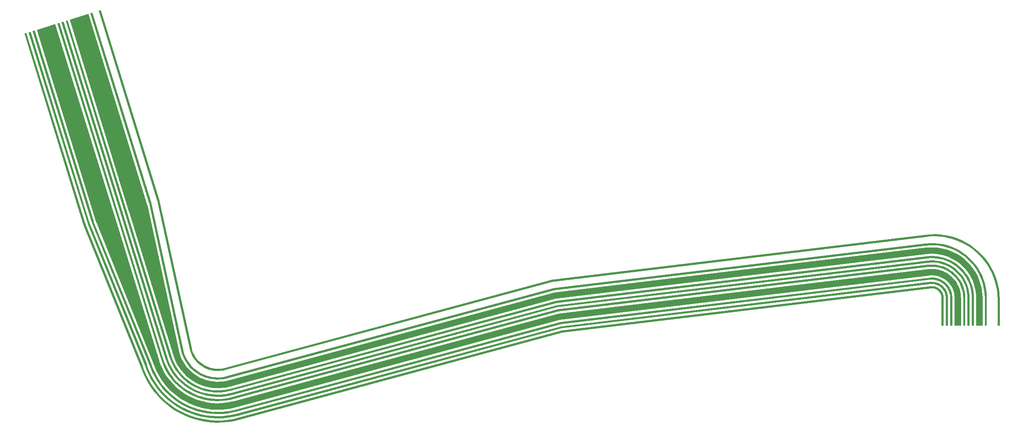
<source format=gbr>
G04 AutoGERB 2.0 for AutoCAD 14*
G04 RS274-X Output *
%FSLAX34Y34*%
%MOMM*%
%ADD12C,0.005000*%
%ADD13C,0.007000*%
G36*X961020Y1171134D02*X962475Y1166943D01*X964183Y1162944*X966166Y1159073*X968412Y1155349*X970912Y1151791*X973654Y1148415*X976624Y1145237*X979807Y1142275*X983190Y1139540*X986753Y1137047*X990482Y1134809*X994357Y1132835*X998360Y1131135*X1002472Y1129717*X1006672Y1128590*X1010940Y1127757*X1015256Y1127223*X1019600Y1126991*X1023948Y1127060*X1028281Y1127432*X1032574Y1128105*X1037104Y1129149*X1795453Y1333873*X2661883Y1438115*X2672413Y1439012*X2683024Y1439175*X2693620Y1438599*X2704151Y1437288*X2714564Y1435248*X2724812Y1432489*X2734842Y1429023*X2744606Y1424869*X2754059Y1420045*X2763154Y1414576*X2771845Y1408487*X2780092Y1401810*X2787855Y1394574*X2795096Y1386816*X2801779Y1378574*X2807874Y1369886*X2813350Y1360796*X2818179Y1351347*X2822340Y1341585*X2825813Y1331557*X2828580Y1321312*X2830627Y1310899*X2831947Y1300357*X2832555Y1286757*X2832555Y1227136*X2827556Y1227137*X2827556Y1286646*X2826960Y1299934*X2825688Y1310106*X2823707Y1320177*X2821032Y1330086*X2817673Y1339784*X2813648Y1349226*X2808977Y1358365*X2803681Y1367157*X2797786Y1375559*X2791321Y1383531*X2784318Y1391035*X2776811Y1398033*X2768834Y1404492*X2760427Y1410381*X2751632Y1415670*X2742489Y1420336*X2733045Y1424354*X2723343Y1427706*X2713433Y1430375*X2703360Y1432347*X2693175Y1433616*X2682927Y1434172*X2672664Y1434015*X2662394Y1433140*X1796408Y1328952*X1038317Y1124298*X1033525Y1123192*X1028882Y1122465*X1024201Y1122063*X1019505Y1121988*X1014815Y1122240*X1010153Y1122816*X1005543Y1123715*X1001007Y1124934*X996565Y1126464*X992242Y1128300*X988057Y1130432*X984030Y1132850*X980181Y1135543*X976528Y1138496*X973089Y1141696*X969883Y1145128*X966921Y1148774*X964221Y1152618*X961795Y1156638*X959654Y1160819*X957808Y1165140*X956297Y1169495*X961020Y1171134*G37*G36*X2697556Y1227137D02*X2697556Y1291092D01*X2697499Y1292700*X2697336Y1294258*X2697065Y1295800*X2696687Y1297319*X2696205Y1298808*X2695620Y1300261*X2694936Y1301668*X2694155Y1303025*X2693282Y1304325*X2692320Y1305561*X2691276Y1306727*X2690152Y1307817*X2688956Y1308827*X2687692Y1309751*X2686367Y1310584*X2684986Y1311324*X2683559Y1311966*X2682090Y1312506*X2680586Y1312944*X2679057Y1313276*X2677507Y1313500*X2675945Y1313617*X2674393Y1313624*X2672311Y1313469*X1819331Y1210845*X1069596Y1008446*X1056931Y1005495*X1044049Y1003425*X1031054Y1002257*X1018009Y1001995*X1004977Y1002641*X992022Y1004192*X979206Y1006639*X966592Y1009973*X954240Y1014175*X942209Y1019226*X930560Y1025102*X919347Y1031773*X908625Y1039208*X898447Y1047371*X888860Y1056222*X879912Y1065717*X871647Y1075813*X864103Y1086458*X857318Y1097603*X851325Y1109192*X846151Y1121173*X841631Y1134113*X846352Y1135761*X850812Y1122990*X855846Y1111335*X861679Y1100054*X868284Y1089207*X875626Y1078846*X883671Y1069020*X892379Y1059777*X901710Y1051162*X911618Y1043217*X922054Y1035980*X932967Y1029487*X944306Y1023769*X956015Y1018852*X968037Y1014762*X980315Y1011518*X992789Y1009135*X1005398Y1007626*X1018082Y1006998*X1030779Y1007252*X1043428Y1008390*X1055966Y1010404*X1068377Y1013295*X1818376Y1215766*X2671826Y1318446*X2674218Y1318625*X2676144Y1318616*X2678052Y1318473*X2679946Y1318199*X2681817Y1317793*X2683653Y1317259*X2685450Y1316597*X2687195Y1315813*X2688882Y1314909*X2690501Y1313890*X2692047Y1312760*X2693509Y1311526*X2694883Y1310194*X2696161Y1308768*X2697335Y1307258*X2698402Y1305670*X2699357Y1304011*X2700193Y1302290*X2700908Y1300515*X2701498Y1298694*X2701960Y1296837*X2702291Y1294951*X2702490Y1293049*X2702555Y1291179*X2702555Y1227137*X2697556Y1227137*G37*G36*X2707556Y1227137D02*X2707556Y1291092D01*X2707475Y1293395*X2707239Y1295646*X2706848Y1297872*X2706302Y1300067*X2705606Y1302218*X2704761Y1304316*X2703772Y1306350*X2702645Y1308311*X2701384Y1310188*X2699995Y1311972*X2698485Y1313656*X2696863Y1315231*X2695134Y1316690*X2693309Y1318024*X2691394Y1319228*X2689401Y1320297*X2687338Y1321224*X2685216Y1322005*X2683045Y1322637*X2680834Y1323116*X2678597Y1323441*X2676341Y1323609*X2674093Y1323620*X2671117Y1323397*X1817421Y1220687*X1066989Y1018100*X1055002Y1015307*X1042807Y1013348*X1030505Y1012242*X1018156Y1011994*X1005820Y1012606*X993555Y1014074*X981423Y1016390*X969482Y1019546*X957788Y1023524*X946399Y1028306*X935371Y1033868*X924756Y1040184*X914606Y1047222*X904971Y1054950*X895896Y1063328*X887424Y1072317*X879600Y1081875*X872458Y1091953*X866036Y1102503*X860362Y1113474*X855464Y1124816*X851187Y1137061*X855908Y1138709*X860125Y1126633*X864883Y1115617*X870397Y1104954*X876639Y1094702*X883579Y1084908*X891183Y1075620*X899415Y1066883*X908234Y1058741*X917599Y1051231*X927463Y1044391*X937778Y1038253*X948496Y1032849*X959563Y1028201*X970927Y1024335*X982532Y1021269*X994322Y1019017*X1006241Y1017591*X1018229Y1016997*X1030230Y1017237*X1042186Y1018313*X1054037Y1020216*X1065770Y1022949*X1816466Y1225608*X2670632Y1328374*X2673918Y1328621*X2676540Y1328608*X2679142Y1328414*X2681725Y1328039*X2684274Y1327486*X2686781Y1326758*X2689229Y1325855*X2691610Y1324786*X2693909Y1323553*X2696118Y1322163*X2698225Y1320623*X2700220Y1318940*X2702092Y1317123*X2703834Y1315181*X2705437Y1313121*X2706892Y1310954*X2708193Y1308693*X2709334Y1306345*X2710309Y1303925*X2711113Y1301442*X2711743Y1298909*X2712194Y1296339*X2712466Y1293744*X2712555Y1291179*X2712555Y1227137*X2707556Y1227137*G37*G36*X2717556Y1227137D02*X2717556Y1291092D01*X2717451Y1294091*X2717142Y1297032*X2716630Y1299945*X2715917Y1302815*X2715006Y1305629*X2713902Y1308372*X2712609Y1311031*X2711134Y1313595*X2709485Y1316050*X2707669Y1318384*X2705695Y1320586*X2703573Y1322646*X2701313Y1324552*X2698925Y1326298*X2696422Y1327872*X2693815Y1329270*X2691118Y1330481*X2688342Y1331503*X2685503Y1332330*X2682614Y1332957*X2679687Y1333381*X2676737Y1333601*X2673793Y1333615*X2669922Y1333325*X1815510Y1230529*X1064383Y1027755*X1053074Y1025120*X1041565Y1023271*X1029957Y1022227*X1018304Y1021993*X1006662Y1022570*X995089Y1023956*X983640Y1026142*X972371Y1029120*X961336Y1032874*X950589Y1037386*X940182Y1042635*X930165Y1048595*X920587Y1055237*X911495Y1062529*X902931Y1070435*X894937Y1078918*X887553Y1087937*X880814Y1097447*X874753Y1107403*X869399Y1117755*X864777Y1128459*X860743Y1140010*X865464Y1141657*X869438Y1130276*X873920Y1119898*X879114Y1109854*X884995Y1100196*X891532Y1090970*X898696Y1082221*X906450Y1073990*X914758Y1066320*X923580Y1059246*X932872Y1052802*X942589Y1047020*X952686Y1041929*X963111Y1037551*X973816Y1033909*X984749Y1031021*X995856Y1028899*X1007083Y1027555*X1018377Y1026996*X1029682Y1027222*X1040944Y1028236*X1052109Y1030029*X1063164Y1032604*X1814555Y1235450*X2669437Y1338302*X2673618Y1338616*X2676936Y1338600*X2680232Y1338354*X2683503Y1337880*X2686734Y1337179*X2689907Y1336256*X2693009Y1335114*X2696024Y1333759*X2698937Y1332197*X2701734Y1330437*X2704404Y1328487*X2706930Y1326355*X2709302Y1324053*X2711508Y1321591*X2713538Y1318983*X2715381Y1316240*X2717030Y1313374*X2718475Y1310401*X2719709Y1307334*X2720728Y1304190*X2721525Y1300982*X2722097Y1297727*X2722442Y1294440*X2722555Y1291179*X2722555Y1227137*X2717556Y1227137*G37*G36*X2727556Y1227137D02*X2727556Y1291004D01*X2727423Y1294786*X2727042Y1298420*X2726411Y1302018*X2725529Y1305561*X2724404Y1309038*X2723040Y1312426*X2721442Y1315712*X2719622Y1318878*X2717584Y1321909*X2715340Y1324793*X2712903Y1327513*X2710281Y1330057*X2707489Y1332413*X2704539Y1334569*X2701447Y1336515*X2698229Y1338239*X2694896Y1339737*X2691468Y1340999*X2687960Y1342020*X2684391Y1342795*X2680776Y1343319*X2677134Y1343590*X2673518Y1343607*X2668617Y1343240*X1813600Y1240372*X1061693Y1037386*X1051146Y1034929*X1040324Y1033191*X1029408Y1032209*X1018450Y1031989*X1007504Y1032532*X996621Y1033834*X985856Y1035891*X975259Y1038690*X964884Y1042220*X954778Y1046463*X944992Y1051398*X935573Y1057003*X926566Y1063248*X918016Y1070105*X909963Y1077540*X902447Y1085517*X895504Y1093997*X889167Y1102939*X883468Y1112301*X878433Y1122036*X874084Y1132106*X870356Y1142783*X884518Y1147726*X888069Y1137559*X891996Y1128463*X896551Y1119656*X901708Y1111186*X907441Y1103096*X913722Y1095424*X920522Y1088207*X927807Y1081480*X935543Y1075277*X943692Y1069626*X952213Y1064557*X961067Y1060092*X970209Y1056253*X979596Y1053059*X989183Y1050526*X998922Y1048665*X1008767Y1047487*X1018671Y1046996*X1028585Y1047196*X1038461Y1048084*X1048251Y1049656*X1058036Y1051935*X1810735Y1255135*X2667160Y1358173*X2672993Y1358610*X2677727Y1358587*X2682411Y1358238*X2687060Y1357564*X2691651Y1356569*X2696161Y1355256*X2700569Y1353632*X2704854Y1351708*X2708994Y1349488*X2712970Y1346986*X2716762Y1344214*X2720352Y1341186*X2723724Y1337914*X2726859Y1334416*X2729743Y1330710*X2732363Y1326811*X2734705Y1322739*X2736759Y1318513*X2738513Y1314155*X2739960Y1309688*X2741094Y1305129*X2741907Y1300501*X2742396Y1295831*X2742555Y1291267*X2742555Y1227137*X2727556Y1227137*G37*G36*X2747556Y1227137D02*X2747556Y1291092D01*X2747378Y1296177*X2746852Y1301196*X2745979Y1306164*X2744762Y1311060*X2743208Y1315859*X2741323Y1320539*X2739118Y1325077*X2736603Y1329449*X2733789Y1333637*X2730691Y1337619*X2727324Y1341375*X2723704Y1344889*X2719848Y1348141*X2715775Y1351119*X2711505Y1353805*X2707058Y1356188*X2702457Y1358257*X2697723Y1359999*X2692879Y1361409*X2687949Y1362478*X2682956Y1363202*X2677924Y1363577*X2672892Y1363601*X2666339Y1363111*X1809780Y1260056*X1056564Y1056718*X1047288Y1054557*X1037841Y1053039*X1028312Y1052182*X1018745Y1051990*X1009189Y1052464*X999688Y1053601*X990290Y1055395*X981040Y1057840*X971981Y1060922*X963158Y1064626*X954616Y1068935*X946393Y1073826*X938530Y1079279*X931066Y1085266*X924036Y1091756*X917474Y1098719*X911413Y1106123*X905880Y1113930*X900905Y1122103*X896510Y1130601*X892715Y1139388*X889409Y1148853*X894130Y1150501*X897376Y1141205*X901031Y1132744*X905266Y1124554*X910061Y1116679*X915392Y1109156*X921233Y1102022*X927555Y1095311*X934329Y1089057*X941523Y1083288*X949100Y1078035*X957023Y1073320*X965255Y1069169*X973756Y1065599*X982485Y1062629*X991399Y1060274*X1000455Y1058544*X1009610Y1057449*X1018818Y1056993*X1028037Y1057177*X1037220Y1058004*X1046323Y1059466*X1055345Y1061567*X1808825Y1264977*X2665854Y1368088*X2672717Y1368602*X2678123Y1368576*X2683501Y1368175*X2688838Y1367401*X2694108Y1366258*X2699286Y1364752*X2704348Y1362888*X2709267Y1360677*X2714020Y1358130*X2718584Y1355258*X2722939Y1352076*X2727061Y1348598*X2730931Y1344842*X2734530Y1340826*X2737842Y1336570*X2740850Y1332094*X2743539Y1327418*X2745896Y1322568*X2747911Y1317566*X2749573Y1312435*X2750874Y1307201*X2751807Y1301889*X2752369Y1296526*X2752555Y1291179*X2752555Y1227137*X2747556Y1227137*G37*G36*X2757556Y1227137D02*X2757556Y1291092D01*X2757354Y1296874*X2756756Y1302582*X2755761Y1308237*X2754377Y1313808*X2752608Y1319269*X2750464Y1324595*X2747955Y1329757*X2745092Y1334734*X2741891Y1339499*X2738366Y1344030*X2734534Y1348305*X2730414Y1352303*X2726026Y1356005*X2721391Y1359392*X2716533Y1362449*X2711472Y1365161*X2706236Y1367515*X2700849Y1369497*X2695337Y1371102*X2689727Y1372319*X2684046Y1373143*X2678320Y1373569*X2672592Y1373597*X2665144Y1373039*X1807869Y1269899*X1053958Y1066372*X1045360Y1064369*X1036599Y1062961*X1027763Y1062167*X1018893Y1061989*X1010031Y1062428*X1001221Y1063483*X992507Y1065147*X983929Y1067414*X975529Y1070271*X967348Y1073706*X959427Y1077701*X951802Y1082238*X944511Y1087294*X937590Y1092845*X931071Y1098863*X924986Y1105320*X919366Y1112185*X914236Y1119424*X909622Y1127003*X905547Y1134883*X902028Y1143031*X898965Y1151802*X903686Y1153449*X906689Y1144848*X910068Y1137026*X913983Y1129454*X918417Y1122173*X923345Y1115218*X928745Y1108623*X934590Y1102418*X940853Y1096636*X947504Y1091303*X954509Y1086445*X961834Y1082086*X969445Y1078249*X977304Y1074948*X985374Y1072203*X993616Y1070026*X1001988Y1068426*X1010452Y1067413*X1018966Y1066992*X1027488Y1067162*X1035978Y1067926*X1044395Y1069278*X1052739Y1071221*X1806914Y1274820*X2664659Y1378016*X2672417Y1378598*X2678519Y1378568*X2684591Y1378116*X2690616Y1377242*X2696568Y1375951*X2702414Y1374250*X2708127Y1372146*X2713681Y1369650*X2719048Y1366774*X2724202Y1363531*X2729117Y1359938*X2733771Y1356012*X2738141Y1351772*X2742205Y1347237*X2745944Y1342432*X2749339Y1337377*X2752376Y1332100*X2755037Y1326624*X2757311Y1320976*X2759188Y1315183*X2760656Y1309274*X2761711Y1303277*X2762345Y1297221*X2762555Y1291179*X2762555Y1227137*X2757556Y1227137*G37*G36*X2767556Y1227137D02*X2767556Y1291092D01*X2767330Y1297569*X2766659Y1303970*X2765544Y1310309*X2763992Y1316556*X2762009Y1322679*X2759605Y1328650*X2756791Y1334439*X2753582Y1340018*X2749992Y1345361*X2746040Y1350442*X2741743Y1355234*X2737124Y1359717*X2732204Y1363868*X2727009Y1367666*X2721560Y1371093*X2715887Y1374134*X2710016Y1376773*X2703975Y1378996*X2697796Y1380795*X2691506Y1382159*X2685135Y1383083*X2678716Y1383561*X2672292Y1383592*X2663950Y1382967*X1805959Y1279741*X1051352Y1076027*X1043431Y1074181*X1035358Y1072884*X1027215Y1072152*X1019040Y1071988*X1010873Y1072393*X1002755Y1073365*X994723Y1074898*X986818Y1076987*X979078Y1079621*X971539Y1082786*X964238Y1086468*X957211Y1090649*X950492Y1095308*X944114Y1100423*X938106Y1105970*X932498Y1111920*X927319Y1118247*X922591Y1124918*X918340Y1131902*X914584Y1139165*X911341Y1146674*X908520Y1154749*X913241Y1156397*X916002Y1148491*X919105Y1141308*X922701Y1134353*X926772Y1127667*X931298Y1121280*X936257Y1115223*X941625Y1109525*X947377Y1104214*X953485Y1099317*X959918Y1094856*X966645Y1090853*X973634Y1087329*X980853Y1084298*X988263Y1081776*X995832Y1079777*X1003522Y1078308*X1011294Y1077378*X1019113Y1076991*X1026940Y1077147*X1034737Y1077849*X1042466Y1079090*X1050133Y1080876*X1805004Y1284662*X2663465Y1387944*X2672117Y1388593*X2678915Y1388560*X2685680Y1388056*X2692395Y1387082*X2699025Y1385644*X2705540Y1383749*X2711907Y1381404*X2718096Y1378623*X2724075Y1375418*X2729818Y1371805*X2735295Y1367801*X2740481Y1363426*X2745350Y1358701*X2749879Y1353649*X2754045Y1348294*X2757829Y1342663*X2761212Y1336782*X2764178Y1330679*X2766712Y1324386*X2768803Y1317931*X2770439Y1311346*X2771614Y1304665*X2772321Y1297916*X2772555Y1291179*X2772555Y1227137*X2767556Y1227137*G37*G36*X2777556Y1227137D02*X2777556Y1291005D01*X2777302Y1298264*X2776560Y1305357*X2775324Y1312382*X2773604Y1319303*X2771407Y1326089*X2768743Y1332705*X2765625Y1339119*X2762069Y1345301*X2758091Y1351222*X2753711Y1356851*X2748951Y1362162*X2743833Y1367128*X2738381Y1371728*X2732622Y1375936*X2726586Y1379734*X2720300Y1383104*X2713794Y1386028*X2707101Y1388492*X2700254Y1390485*X2693283Y1391997*X2686224Y1393021*X2679113Y1393551*X2672017Y1393584*X2662644Y1392882*X1804049Y1289583*X1048661Y1085658*X1041503Y1083991*X1034117Y1082804*X1026666Y1082134*X1019187Y1081984*X1011716Y1082354*X1004287Y1083243*X996939Y1084647*X989707Y1086557*X982625Y1088967*X975727Y1091862*X969048Y1095232*X962620Y1099056*X956471Y1103319*X950636Y1108000*X945139Y1113074*X940009Y1118519*X935270Y1124307*X930944Y1130411*X927055Y1136800*X923618Y1143445*X920648Y1150321*X918133Y1157525*X932296Y1162466*X934633Y1155774*X937181Y1149872*X940138Y1144155*X943485Y1138658*X947207Y1133406*X951284Y1128426*X955698Y1123741*X960427Y1119375*X965448Y1115348*X970737Y1111681*X976269Y1108389*X982016Y1105491*X987950Y1103000*X994044Y1100926*X1000266Y1099282*X1006588Y1098074*X1012979Y1097309*X1019408Y1096991*X1025843Y1097121*X1032254Y1097697*X1038608Y1098718*X1045004Y1100207*X1801184Y1304346*X2661187Y1407815*X2671492Y1408587*X2679706Y1408548*X2687861Y1407940*X2695952Y1406766*X2703943Y1405034*X2711794Y1402749*X2719467Y1399923*X2726925Y1396571*X2734133Y1392709*X2741053Y1388355*X2747654Y1383529*X2753904Y1378257*X2759772Y1372563*X2765230Y1366474*X2770250Y1360021*X2774810Y1353234*X2778888Y1346146*X2782462Y1338792*X2785516Y1331206*X2788035Y1323428*X2790007Y1315493*X2791423Y1307440*X2792275Y1299307*X2792555Y1291266*X2792555Y1227137*X2777556Y1227137*G37*G36*X2797556Y1227137D02*X2797556Y1291092D01*X2797257Y1299655*X2796369Y1308132*X2794893Y1316528*X2792837Y1324800*X2790211Y1332909*X2787027Y1340817*X2783300Y1348483*X2779050Y1355873*X2774296Y1362948*X2769062Y1369676*X2763372Y1376023*X2757255Y1381960*X2750740Y1387457*X2743858Y1392487*X2736643Y1397026*X2729129Y1401053*X2721355Y1404547*X2713355Y1407492*X2705171Y1409874*X2696841Y1411681*X2688405Y1412904*X2679904Y1413538*X2671392Y1413578*X2660366Y1412753*X1800228Y1309268*X1043533Y1104990*X1037645Y1103618*X1031633Y1102652*X1025569Y1102107*X1019482Y1101984*X1013400Y1102286*X1007354Y1103010*X1001373Y1104152*X995487Y1105708*X989722Y1107669*X984108Y1110025*X978672Y1112768*X973438Y1115881*X968435Y1119351*X963686Y1123160*X959212Y1127291*X955036Y1131721*X951178Y1136433*X947658Y1141401*X944492Y1146602*X941695Y1152010*X939280Y1157603*X937187Y1163594*X941908Y1165242*X943941Y1159420*X946216Y1154153*X948853Y1149053*X951839Y1144150*X955157Y1139466*X958795Y1135024*X962731Y1130846*X966949Y1126951*X971428Y1123360*X976145Y1120088*X981079Y1117153*X986205Y1114568*X991497Y1112346*X996932Y1110497*X1002482Y1109031*X1008121Y1107953*X1013821Y1107271*X1019555Y1106987*X1025294Y1107102*X1031012Y1107617*X1036680Y1108527*X1042314Y1109839*X1799273Y1314189*X2659881Y1417730*X2671217Y1418579*X2680101Y1418537*X2688950Y1417877*X2697730Y1416604*X2706400Y1414723*X2714920Y1412245*X2723246Y1409178*X2731338Y1405542*X2739158Y1401351*X2746667Y1396626*X2753831Y1391390*X2760612Y1385669*X2766979Y1379490*X2772901Y1372883*X2778349Y1365881*X2783297Y1358516*X2787721Y1350826*X2791600Y1342846*X2794914Y1334616*X2797648Y1326175*X2799788Y1317565*X2801324Y1308827*X2802248Y1300002*X2802555Y1291179*X2802555Y1227137*X2797556Y1227137*G37*G36*X653859Y1929295D02*X790678Y1485823D01*X785900Y1484350*X649082Y1927821*X653859Y1929295*G37*G36*X596525Y1911606D02*X733345Y1468135D01*X728567Y1466662*X591748Y1910132*X596525Y1911606*G37*G36*X586970Y1908658D02*X723789Y1465187D01*X719011Y1463714*X582193Y1907184*X586970Y1908658*G37*G36*X577414Y1905710D02*X714234Y1462239D01*X709456Y1460766*X572637Y1904236*X577414Y1905710*G37*G36*X790678Y1485823D02*X894158Y1150414D01*X889380Y1148941*X785901Y1484349*X790678Y1485823*G37*G36*X800234Y1488771D02*X903714Y1153362D01*X898936Y1151889*X795457Y1487297*X800234Y1488771*G37*G36*X809789Y1491720D02*X913269Y1156310D01*X908491Y1154837*X805012Y1490246*X809789Y1491720*G37*G36*X867178Y1509202D02*X941991Y1164949D01*X937104Y1163888*X862292Y1508140*X867178Y1509202*G37*G36*X886289Y1515098D02*X961102Y1170845D01*X956215Y1169784*X881403Y1514036*X886289Y1515098*G37*G36*X644304Y1926346D02*X782028Y1479942D01*X739026Y1466684*X601304Y1913079*X644304Y1926346*G37*G36*X857832Y1505535D02*X932801Y1160370D01*X918420Y1156600*X814304Y1494116*X857832Y1505535*G37*G36*X714163Y1462440D02*X846309Y1135875D01*X841674Y1134000*X709528Y1460565*X714163Y1462440*G37*G36*X723718Y1465388D02*X856964Y1136106D01*X852329Y1134231*X719083Y1463513*X723718Y1465388*G37*G36*X733274Y1468336D02*X866451Y1139224D01*X861816Y1137349*X728639Y1466461*X733274Y1468336*G37*G36*X871298Y1140450D02*X738425Y1468699D01*X780822Y1483781*X885231Y1145409*X871298Y1140450*G37*G36*X672970Y1935191D02*X809789Y1491720D01*X805011Y1490247*X668193Y1933717*X672970Y1935191*G37*G36*X663414Y1932243D02*X800234Y1488771D01*X795456Y1487298*X658637Y1930769*X663414Y1932243*G37*G36*X730303Y1952879D02*X867123Y1509408D01*X862345Y1507935*X725526Y1951405*X730303Y1952879*G37*G36*X749414Y1958776D02*X886234Y1515304D01*X881456Y1513831*X744637Y1957302*X749414Y1958776*G37*G36*X720748Y1949930D02*X858348Y1503932D01*X815346Y1490673*X677748Y1936663*X720748Y1949930*G37*M02*
</source>
